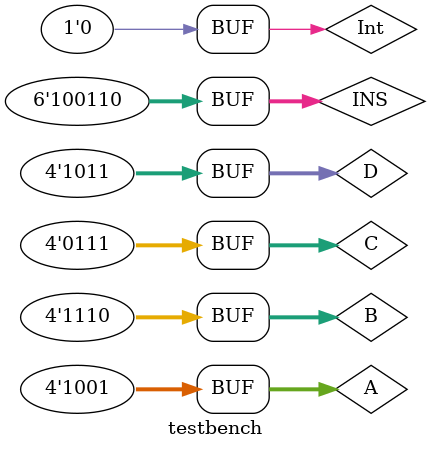
<source format=v>
`timescale 1ns / 1ps


module testbench();
    reg [3:0] A, B, C, D;
    reg [5:0] INS;
    reg Int;
    wire [3:0] Result;
    
    Processor uut(.A(A), .B(B), .C(C), .D(D), .INS(INS), .Int(Int), .Result(Result));
    
    initial begin
        A = 4'b1001; B = 4'b1110; C = 4'b0111; D = 4'b1011;
        Int = 0;
        INS = 6'b001011;
        #100
        INS = 6'b110001;
        #100
        INS = 6'b100110;
        #100;
    end

endmodule

</source>
